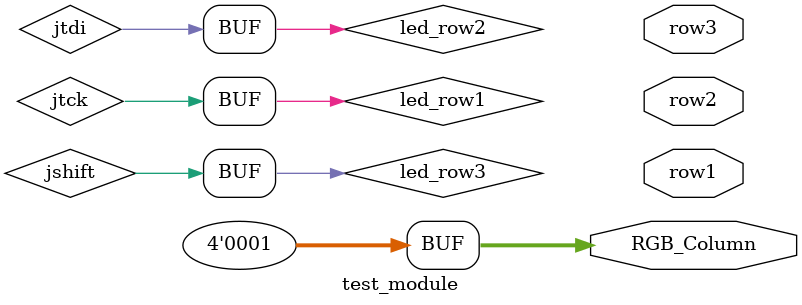
<source format=v>
module test_module(
    output wire [3:0] RGB_Column,
    output wire [2:0] row1,
    output wire [2:0] row2,
    output wire [2:0] row3);

    wire jtdi, jtck, jshift, jupdate, jce1, jce2, jrstn, jrti1, jrti2;
	JTAGG jtag(
		.JTDI(jtdi),
		.JTCK(jtck),
		.JRTI2(jrti1), 
		.JRTI1(jrti2),
		.JSHIFT(jshift), 
		.JUPDATE(jupdate), 
		.JRSTN(jrstn),
		.JCE2(jce2),  
		.JCE1(jce1)
	);


    assign led_row1 = {jtck, jtck, jtck};
    assign led_row2 = {jtdi, jtdi, jtdi};
    assign led_row3 = {jshift, jshift, jshift};
    assign RGB_Column = 4'b0001;

endmodule
</source>
